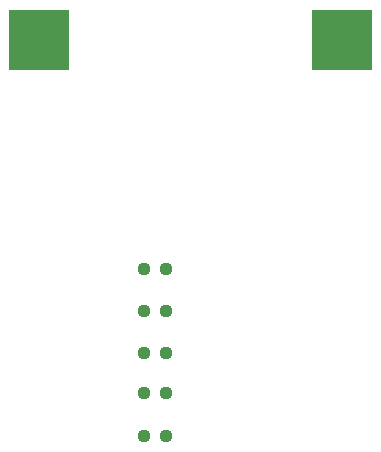
<source format=gbr>
%TF.GenerationSoftware,KiCad,Pcbnew,8.0.0*%
%TF.CreationDate,2024-02-28T17:19:02+01:00*%
%TF.ProjectId,carte-test-cable-usb,63617274-652d-4746-9573-742d6361626c,rev?*%
%TF.SameCoordinates,Original*%
%TF.FileFunction,Paste,Bot*%
%TF.FilePolarity,Positive*%
%FSLAX46Y46*%
G04 Gerber Fmt 4.6, Leading zero omitted, Abs format (unit mm)*
G04 Created by KiCad (PCBNEW 8.0.0) date 2024-02-28 17:19:02*
%MOMM*%
%LPD*%
G01*
G04 APERTURE LIST*
G04 Aperture macros list*
%AMRoundRect*
0 Rectangle with rounded corners*
0 $1 Rounding radius*
0 $2 $3 $4 $5 $6 $7 $8 $9 X,Y pos of 4 corners*
0 Add a 4 corners polygon primitive as box body*
4,1,4,$2,$3,$4,$5,$6,$7,$8,$9,$2,$3,0*
0 Add four circle primitives for the rounded corners*
1,1,$1+$1,$2,$3*
1,1,$1+$1,$4,$5*
1,1,$1+$1,$6,$7*
1,1,$1+$1,$8,$9*
0 Add four rect primitives between the rounded corners*
20,1,$1+$1,$2,$3,$4,$5,0*
20,1,$1+$1,$4,$5,$6,$7,0*
20,1,$1+$1,$6,$7,$8,$9,0*
20,1,$1+$1,$8,$9,$2,$3,0*%
G04 Aperture macros list end*
%ADD10RoundRect,0.237500X-0.250000X-0.237500X0.250000X-0.237500X0.250000X0.237500X-0.250000X0.237500X0*%
%ADD11R,5.100000X5.100000*%
G04 APERTURE END LIST*
D10*
%TO.C,R6*%
X141420000Y-100910000D03*
X139595000Y-100910000D03*
%TD*%
%TO.C,R5*%
X141420000Y-107880000D03*
X139595000Y-107880000D03*
%TD*%
%TO.C,R4*%
X141410000Y-104450000D03*
X139585000Y-104450000D03*
%TD*%
%TO.C,R3*%
X141430000Y-111470000D03*
X139605000Y-111470000D03*
%TD*%
%TO.C,R2*%
X141420000Y-97390000D03*
X139595000Y-97390000D03*
%TD*%
D11*
%TO.C,BT1*%
X156300000Y-78000000D03*
X130700000Y-78000000D03*
%TD*%
M02*

</source>
